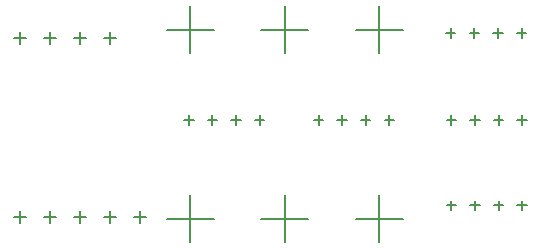
<source format=gbr>
G04*
G04 #@! TF.GenerationSoftware,Altium Limited,Altium Designer,23.0.1 (38)*
G04*
G04 Layer_Color=128*
%FSLAX25Y25*%
%MOIN*%
G70*
G04*
G04 #@! TF.SameCoordinates,CB264EA1-B4AC-40A8-8FC8-DEB541A081C8*
G04*
G04*
G04 #@! TF.FilePolarity,Positive*
G04*
G01*
G75*
%ADD11C,0.00500*%
D11*
X405803Y84000D02*
X408953D01*
X407378Y82425D02*
Y85575D01*
X413677Y84000D02*
X416827D01*
X415252Y82425D02*
Y85575D01*
X421551Y84000D02*
X424701D01*
X423126Y82425D02*
Y85575D01*
X429425Y84000D02*
X432575D01*
X431000Y82425D02*
Y85575D01*
X358992Y111343D02*
X363008D01*
X361000Y109335D02*
Y113350D01*
X368992Y111343D02*
X373008D01*
X371000Y109335D02*
Y113350D01*
X348992Y111343D02*
X353008D01*
X351000Y109335D02*
Y113350D01*
X348992Y51500D02*
X353008D01*
X351000Y49492D02*
Y53508D01*
X388992Y51500D02*
X393008D01*
X391000Y49492D02*
Y53508D01*
X358992Y51500D02*
X363008D01*
X361000Y49492D02*
Y53508D01*
X378992Y51500D02*
X383008D01*
X381000Y49492D02*
Y53508D01*
X368992Y51500D02*
X373008D01*
X371000Y49492D02*
Y53508D01*
X378992Y111343D02*
X383008D01*
X381000Y109335D02*
Y113350D01*
X449051Y84000D02*
X452201D01*
X450626Y82425D02*
Y85575D01*
X456925Y84000D02*
X460075D01*
X458500Y82425D02*
Y85575D01*
X464799Y84000D02*
X467949D01*
X466374Y82425D02*
Y85575D01*
X472673Y84000D02*
X475823D01*
X474248Y82425D02*
Y85575D01*
X516925Y55500D02*
X520075D01*
X518500Y53925D02*
Y57075D01*
X509051Y55500D02*
X512201D01*
X510626Y53925D02*
Y57075D01*
X501177Y55500D02*
X504327D01*
X502752Y53925D02*
Y57075D01*
X493303Y55500D02*
X496453D01*
X494878Y53925D02*
Y57075D01*
X516925Y84000D02*
X520075D01*
X518500Y82425D02*
Y85575D01*
X509051Y84000D02*
X512201D01*
X510626Y82425D02*
Y85575D01*
X501177Y84000D02*
X504327D01*
X502752Y82425D02*
Y85575D01*
X493303Y84000D02*
X496453D01*
X494878Y82425D02*
Y85575D01*
X516736Y113000D02*
X519886D01*
X518311Y111425D02*
Y114575D01*
X508862Y113000D02*
X512012D01*
X510437Y111425D02*
Y114575D01*
X500988Y113000D02*
X504138D01*
X502563Y111425D02*
Y114575D01*
X493114Y113000D02*
X496264D01*
X494689Y111425D02*
Y114575D01*
X431492Y114059D02*
X447240D01*
X439366Y106185D02*
Y121933D01*
X462988Y114059D02*
X478736D01*
X470862Y106185D02*
Y121933D01*
X399996Y114059D02*
X415744D01*
X407870Y106185D02*
Y121933D01*
X399996Y51067D02*
X415744D01*
X407870Y43193D02*
Y58941D01*
X431492Y51067D02*
X447240D01*
X439366Y43193D02*
Y58941D01*
X462988Y51067D02*
X478736D01*
X470862Y43193D02*
Y58941D01*
M02*

</source>
